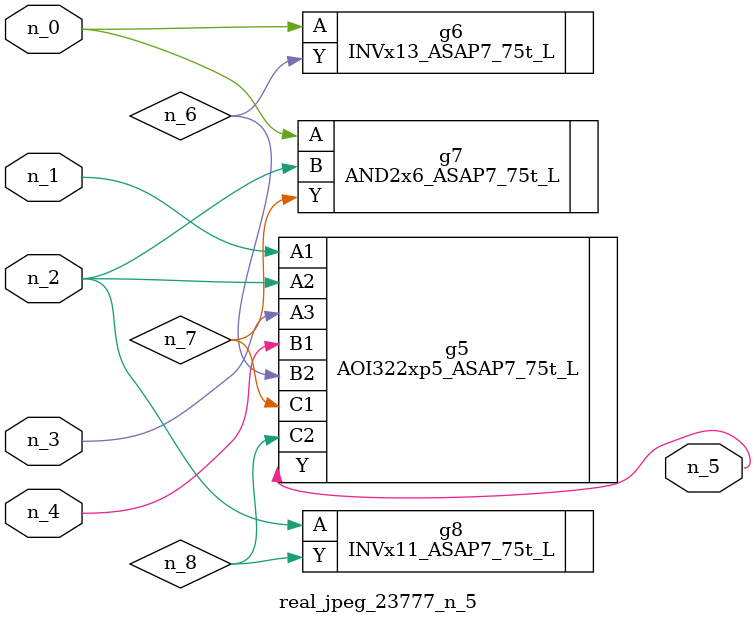
<source format=v>
module real_jpeg_23777_n_5 (n_4, n_0, n_1, n_2, n_3, n_5);

input n_4;
input n_0;
input n_1;
input n_2;
input n_3;

output n_5;

wire n_8;
wire n_6;
wire n_7;

INVx13_ASAP7_75t_L g6 ( 
.A(n_0),
.Y(n_6)
);

AND2x6_ASAP7_75t_L g7 ( 
.A(n_0),
.B(n_2),
.Y(n_7)
);

AOI322xp5_ASAP7_75t_L g5 ( 
.A1(n_1),
.A2(n_2),
.A3(n_3),
.B1(n_4),
.B2(n_6),
.C1(n_7),
.C2(n_8),
.Y(n_5)
);

INVx11_ASAP7_75t_L g8 ( 
.A(n_2),
.Y(n_8)
);


endmodule
</source>
